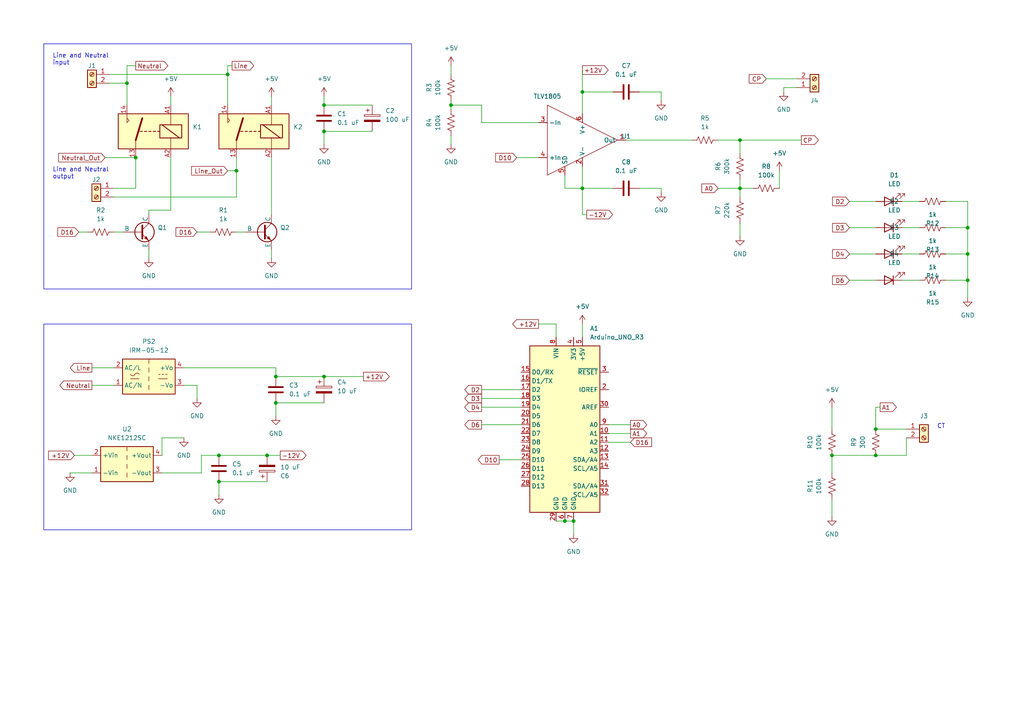
<source format=kicad_sch>
(kicad_sch (version 20230121) (generator eeschema)
  (paper "A4")
  (lib_symbols
    (symbol "Connector:Screw_Terminal_01x02" (pin_names (offset 1.016) hide)
      (property "Reference" "J" (at 0 2.54 0))
      (property "Value" "Screw_Terminal_01x02" (at 0 -5.08 0))
      (symbol "Screw_Terminal_01x02_1_1"
        (rectangle (start -1.27 1.27) (end 1.27 -3.81) (stroke (width 0.254)) (fill (type background)))
        (circle (center 0 -2.54) (radius 0.635) (stroke (width 0.1524)))
        (polyline (pts (xy -0.5334 -2.2098) (xy 0.3302 -3.048)) (stroke (width 0.1524)))
        (polyline (pts (xy -0.5334 0.3302) (xy 0.3302 -0.508)) (stroke (width 0.1524)))
        (polyline (pts (xy -0.3556 -2.032) (xy 0.508 -2.8702)) (stroke (width 0.1524)))
        (polyline (pts (xy -0.3556 0.508) (xy 0.508 -0.3302)) (stroke (width 0.1524)))
        (circle (center 0 0) (radius 0.635) (stroke (width 0.1524)))
        (pin passive line (at -5.08 0 0) (length 3.81) (name "Pin_1") (number "1"))
        (pin passive line (at -5.08 -2.54 0) (length 3.81) (name "Pin_2") (number "2"))
      )
    )
    (symbol "Converter_ACDC:IRM-05-12"
      (property "Reference" "PS" (at 0 6.35 0))
      (property "Value" "IRM-05-12" (at 0 -6.35 0))
      (symbol "IRM-05-12_0_1"
        (rectangle (start -7.62 5.08) (end 7.62 -5.08) (stroke (width 0.254)) (fill (type background)))
        (arc (start -5.334 0.635) (mid -4.699 0.2495) (end -4.064 0.635))
        (arc (start -2.794 0.635) (mid -3.429 1.0072) (end -4.064 0.635))
        (polyline (pts (xy -5.334 -0.635) (xy -2.794 -0.635)))
        (polyline (pts (xy 0 -2.54) (xy 0 -3.81)))
        (polyline (pts (xy 0 0) (xy 0 -1.27)))
        (polyline (pts (xy 0 2.54) (xy 0 1.27)))
        (polyline (pts (xy 0 5.08) (xy 0 3.81)))
        (polyline (pts (xy 2.794 -0.635) (xy 5.334 -0.635)))
        (polyline (pts (xy 2.794 0.635) (xy 3.302 0.635)))
        (polyline (pts (xy 3.81 0.635) (xy 4.318 0.635)))
        (polyline (pts (xy 4.826 0.635) (xy 5.334 0.635)))
      )
      (symbol "IRM-05-12_1_1"
        (pin power_in line (at -10.16 -2.54 0) (length 2.54) (name "AC/N") (number "1"))
        (pin power_in line (at -10.16 2.54 0) (length 2.54) (name "AC/L") (number "2"))
        (pin power_out line (at 10.16 -2.54 180) (length 2.54) (name "-Vo") (number "3"))
        (pin power_out line (at 10.16 2.54 180) (length 2.54) (name "+Vo") (number "4"))
      )
    )
    (symbol "Converter_DCDC:TEA1-0505"
      (property "Reference" "U" (at -7.62 6.35 0))
      (property "Value" "TEA1-0505" (at -2.54 6.35 0))
      (symbol "TEA1-0505_0_0"
        (pin power_in line (at -10.16 -2.54 0) (length 2.54) (name "-Vin") (number "1"))
        (pin power_in line (at -10.16 2.54 0) (length 2.54) (name "+Vin") (number "2"))
        (pin power_out line (at 10.16 -2.54 180) (length 2.54) (name "-Vout") (number "3"))
        (pin power_out line (at 10.16 2.54 180) (length 2.54) (name "+Vout") (number "4"))
      )
      (symbol "TEA1-0505_0_1"
        (rectangle (start -7.62 5.08) (end 7.62 -5.08) (stroke (width 0.254)) (fill (type background)))
        (polyline (pts (xy 0 -2.54) (xy 0 -3.81)))
        (polyline (pts (xy 0 0) (xy 0 -1.27)))
        (polyline (pts (xy 0 2.54) (xy 0 1.27)))
        (polyline (pts (xy 0 5.08) (xy 0 3.81)))
      )
    )
    (symbol "Device:C" (pin_numbers hide) (pin_names (offset 0.254))
      (property "Reference" "C" (at 0.635 2.54 0))
      (property "Value" "C" (at 0.635 -2.54 0))
      (symbol "C_0_1"
        (polyline (pts (xy -2.032 -0.762) (xy 2.032 -0.762)) (stroke (width 0.508)))
        (polyline (pts (xy -2.032 0.762) (xy 2.032 0.762)) (stroke (width 0.508)))
      )
      (symbol "C_1_1"
        (pin passive line (at 0 3.81 270) (length 2.794) (name "~") (number "1"))
        (pin passive line (at 0 -3.81 90) (length 2.794) (name "~") (number "2"))
      )
    )
    (symbol "Device:C_Polarized" (pin_numbers hide) (pin_names (offset 0.254))
      (property "Reference" "C" (at 0.635 2.54 0))
      (property "Value" "C_Polarized" (at 0.635 -2.54 0))
      (symbol "C_Polarized_0_1"
        (rectangle (start -2.286 0.508) (end 2.286 1.016))
        (polyline (pts (xy -1.778 2.286) (xy -0.762 2.286)))
        (polyline (pts (xy -1.27 2.794) (xy -1.27 1.778)))
        (rectangle (start 2.286 -0.508) (end -2.286 -1.016) (fill (type outline)))
      )
      (symbol "C_Polarized_1_1"
        (pin passive line (at 0 3.81 270) (length 2.794) (name "~") (number "1"))
        (pin passive line (at 0 -3.81 90) (length 2.794) (name "~") (number "2"))
      )
    )
    (symbol "Device:LED" (pin_numbers hide) (pin_names (offset 1.016) hide)
      (property "Reference" "D" (at 0 2.54 0))
      (property "Value" "LED" (at 0 -2.54 0))
      (symbol "LED_0_1"
        (polyline (pts (xy -1.27 -1.27) (xy -1.27 1.27)) (stroke (width 0.254)))
        (polyline (pts (xy -1.27 0) (xy 1.27 0)))
        (polyline (pts (xy 1.27 -1.27) (xy 1.27 1.27) (xy -1.27 0) (xy 1.27 -1.27)) (stroke (width 0.254)))
        (polyline (pts (xy -3.048 -0.762) (xy -4.572 -2.286) (xy -3.81 -2.286) (xy -4.572 -2.286) (xy -4.572 -1.524)))
        (polyline (pts (xy -1.778 -0.762) (xy -3.302 -2.286) (xy -2.54 -2.286) (xy -3.302 -2.286) (xy -3.302 -1.524)))
      )
      (symbol "LED_1_1"
        (pin passive line (at -3.81 0 0) (length 2.54) (name "K") (number "1"))
        (pin passive line (at 3.81 0 180) (length 2.54) (name "A") (number "2"))
      )
    )
    (symbol "Device:R_US" (pin_numbers hide) (pin_names (offset 0))
      (property "Reference" "R" (at 2.54 0 90))
      (property "Value" "R_US" (at -2.54 0 90))
      (symbol "R_US_0_1"
        (polyline (pts (xy 0 -2.286) (xy 0 -2.54)))
        (polyline (pts (xy 0 2.286) (xy 0 2.54)))
        (polyline (pts (xy 0 -0.762) (xy 1.016 -1.143) (xy 0 -1.524) (xy -1.016 -1.905) (xy 0 -2.286)))
        (polyline (pts (xy 0 0.762) (xy 1.016 0.381) (xy 0 0) (xy -1.016 -0.381) (xy 0 -0.762)))
        (polyline (pts (xy 0 2.286) (xy 1.016 1.905) (xy 0 1.524) (xy -1.016 1.143) (xy 0 0.762)))
      )
      (symbol "R_US_1_1"
        (pin passive line (at 0 3.81 270) (length 1.27) (name "~") (number "1"))
        (pin passive line (at 0 -3.81 90) (length 1.27) (name "~") (number "2"))
      )
    )
    (symbol "MCU_Module:Arduino_UNO_R3"
      (property "Reference" "A" (at -10.16 23.495 0))
      (property "Value" "Arduino_UNO_R3" (at 5.08 -26.67 0))
      (symbol "Arduino_UNO_R3_0_1"
        (rectangle (start -10.16 22.86) (end 10.16 -25.4) (stroke (width 0.254)) (fill (type background)))
      )
      (symbol "Arduino_UNO_R3_1_1"
        (pin no_connect line (at -10.16 -20.32 0) (length 2.54) hide (name "NC") (number "1"))
        (pin bidirectional line (at 12.7 -2.54 180) (length 2.54) (name "A1") (number "10"))
        (pin bidirectional line (at 12.7 -5.08 180) (length 2.54) (name "A2") (number "11"))
        (pin bidirectional line (at 12.7 -7.62 180) (length 2.54) (name "A3") (number "12"))
        (pin bidirectional line (at 12.7 -10.16 180) (length 2.54) (name "SDA/A4") (number "13"))
        (pin bidirectional line (at 12.7 -12.7 180) (length 2.54) (name "SCL/A5") (number "14"))
        (pin bidirectional line (at -12.7 15.24 0) (length 2.54) (name "D0/RX") (number "15"))
        (pin bidirectional line (at -12.7 12.7 0) (length 2.54) (name "D1/TX") (number "16"))
        (pin bidirectional line (at -12.7 10.16 0) (length 2.54) (name "D2") (number "17"))
        (pin bidirectional line (at -12.7 7.62 0) (length 2.54) (name "D3") (number "18"))
        (pin bidirectional line (at -12.7 5.08 0) (length 2.54) (name "D4") (number "19"))
        (pin output line (at 12.7 10.16 180) (length 2.54) (name "IOREF") (number "2"))
        (pin bidirectional line (at -12.7 2.54 0) (length 2.54) (name "D5") (number "20"))
        (pin bidirectional line (at -12.7 0 0) (length 2.54) (name "D6") (number "21"))
        (pin bidirectional line (at -12.7 -2.54 0) (length 2.54) (name "D7") (number "22"))
        (pin bidirectional line (at -12.7 -5.08 0) (length 2.54) (name "D8") (number "23"))
        (pin bidirectional line (at -12.7 -7.62 0) (length 2.54) (name "D9") (number "24"))
        (pin bidirectional line (at -12.7 -10.16 0) (length 2.54) (name "D10") (number "25"))
        (pin bidirectional line (at -12.7 -12.7 0) (length 2.54) (name "D11") (number "26"))
        (pin bidirectional line (at -12.7 -15.24 0) (length 2.54) (name "D12") (number "27"))
        (pin bidirectional line (at -12.7 -17.78 0) (length 2.54) (name "D13") (number "28"))
        (pin power_in line (at -2.54 -27.94 90) (length 2.54) (name "GND") (number "29"))
        (pin input line (at 12.7 15.24 180) (length 2.54) (name "~{RESET}") (number "3"))
        (pin input line (at 12.7 5.08 180) (length 2.54) (name "AREF") (number "30"))
        (pin bidirectional line (at 12.7 -17.78 180) (length 2.54) (name "SDA/A4") (number "31"))
        (pin bidirectional line (at 12.7 -20.32 180) (length 2.54) (name "SCL/A5") (number "32"))
        (pin power_out line (at 2.54 25.4 270) (length 2.54) (name "3V3") (number "4"))
        (pin power_out line (at 5.08 25.4 270) (length 2.54) (name "+5V") (number "5"))
        (pin power_in line (at 0 -27.94 90) (length 2.54) (name "GND") (number "6"))
        (pin power_in line (at 2.54 -27.94 90) (length 2.54) (name "GND") (number "7"))
        (pin power_in line (at -2.54 25.4 270) (length 2.54) (name "VIN") (number "8"))
        (pin bidirectional line (at 12.7 0 180) (length 2.54) (name "A0") (number "9"))
      )
    )
    (symbol "My_Custom_Symbol_Library:TLV1805"
      (property "Reference" "U" (at 0 0 0))
      (symbol "TLV1805_0_1"
        (polyline (pts (xy 20.32 -12.7) (xy 0 -2.54) (xy 0 -16.51) (xy 0 -22.86) (xy 20.32 -12.7)))
      )
      (symbol "TLV1805_1_1"
        (pin output line (at 22.86 -12.7 180) (length 2.54) (name "Out") (number "1"))
        (pin input line (at 10.16 -20.32 90) (length 2.54) (name "V-") (number "2"))
        (pin input line (at -2.54 -7.62 0) (length 2.54) (name "-In") (number "3"))
        (pin input line (at -2.54 -17.78 0) (length 2.54) (name "+In") (number "4"))
        (pin input line (at 5.08 -22.86 90) (length 2.54) (name "SD") (number "5"))
        (pin input line (at 10.16 -5.08 270) (length 2.54) (name "V+") (number "6"))
      )
    )
    (symbol "Relay:Relay_SPST-NO"
      (property "Reference" "K" (at 11.43 3.81 0))
      (property "Value" "Relay_SPST-NO" (at 11.43 1.27 0))
      (symbol "Relay_SPST-NO_0_0"
        (polyline (pts (xy 7.62 5.08) (xy 7.62 2.54) (xy 6.985 3.175) (xy 7.62 3.81)))
      )
      (symbol "Relay_SPST-NO_0_1"
        (rectangle (start -10.16 5.08) (end 10.16 -5.08) (stroke (width 0.254)) (fill (type background)))
        (rectangle (start -8.255 1.905) (end -1.905 -1.905) (stroke (width 0.254)))
        (polyline (pts (xy -7.62 -1.905) (xy -2.54 1.905)) (stroke (width 0.254)))
        (polyline (pts (xy -5.08 -5.08) (xy -5.08 -1.905)))
        (polyline (pts (xy -5.08 5.08) (xy -5.08 1.905)))
        (polyline (pts (xy -1.905 0) (xy -1.27 0)) (stroke (width 0.254)))
        (polyline (pts (xy -0.635 0) (xy 0 0)) (stroke (width 0.254)))
        (polyline (pts (xy 0.635 0) (xy 1.27 0)) (stroke (width 0.254)))
        (polyline (pts (xy 1.905 0) (xy 2.54 0)) (stroke (width 0.254)))
        (polyline (pts (xy 3.175 0) (xy 3.81 0)) (stroke (width 0.254)))
        (polyline (pts (xy 5.08 -2.54) (xy 3.175 3.81)) (stroke (width 0.508)))
        (polyline (pts (xy 5.08 -2.54) (xy 5.08 -5.08)))
      )
      (symbol "Relay_SPST-NO_1_1"
        (pin passive line (at 5.08 -7.62 90) (length 2.54) (name "~") (number "13"))
        (pin passive line (at 7.62 7.62 270) (length 2.54) (name "~") (number "14"))
        (pin passive line (at -5.08 7.62 270) (length 2.54) (name "~") (number "A1"))
        (pin passive line (at -5.08 -7.62 90) (length 2.54) (name "~") (number "A2"))
      )
    )
    (symbol "Simulation_SPICE:NPN" (pin_numbers hide) (pin_names (offset 0))
      (property "Reference" "Q" (at -2.54 7.62 0))
      (property "Value" "NPN" (at -2.54 5.08 0))
      (symbol "NPN_0_1"
        (polyline (pts (xy -2.54 0) (xy 0.635 0)) (stroke (width 0.1524)))
        (polyline (pts (xy 0.635 0.635) (xy 2.54 2.54)))
        (polyline (pts (xy 2.794 -1.27) (xy 2.794 -1.27)) (stroke (width 0.1524)))
        (polyline (pts (xy 2.794 -1.27) (xy 2.794 -1.27)) (stroke (width 0.1524)))
        (polyline (pts (xy 0.635 -0.635) (xy 2.54 -2.54) (xy 2.54 -2.54)))
        (polyline (pts (xy 0.635 1.905) (xy 0.635 -1.905) (xy 0.635 -1.905)) (stroke (width 0.508)))
        (polyline (pts (xy 1.27 -1.778) (xy 1.778 -1.27) (xy 2.286 -2.286) (xy 1.27 -1.778) (xy 1.27 -1.778)) (fill (type outline)))
        (circle (center 1.27 0) (radius 2.8194) (stroke (width 0.254)))
      )
      (symbol "NPN_1_1"
        (pin open_collector line (at 2.54 5.08 270) (length 2.54) (name "C") (number "1"))
        (pin input line (at -5.08 0 0) (length 2.54) (name "B") (number "2"))
        (pin open_emitter line (at 2.54 -5.08 90) (length 2.54) (name "E") (number "3"))
      )
    )
    (symbol "power:+5V" (power) (pin_names (offset 0))
      (property "Value" "+5V" (at 0 3.556 0))
      (symbol "+5V_0_1"
        (polyline (pts (xy -0.762 1.27) (xy 0 2.54)))
        (polyline (pts (xy 0 0) (xy 0 2.54)))
        (polyline (pts (xy 0 2.54) (xy 0.762 1.27)))
      )
      (symbol "+5V_1_1"
        (pin power_in line (at 0 0 90) (length 0) hide (name "+5V") (number "1"))
      )
    )
    (symbol "power:GND" (power) (pin_names (offset 0))
      (property "Value" "GND" (at 0 -3.81 0))
      (symbol "GND_0_1"
        (polyline (pts (xy 0 0) (xy 0 -1.27) (xy 1.27 -1.27) (xy 0 -2.54) (xy -1.27 -1.27) (xy 0 -1.27)))
      )
      (symbol "GND_1_1"
        (pin power_in line (at 0 0 270) (length 0) hide (name "GND") (number "1"))
      )
    )
  )
  (junction (at 241.3 132.08))
  (junction (at 254 132.08))
  (junction (at 130.81 30.48))
  (junction (at 214.63 40.64))
  (junction (at 77.47 132.08))
  (junction (at 280.67 81.28))
  (junction (at 168.91 54.61))
  (junction (at 68.58 49.53))
  (junction (at 254 124.46))
  (junction (at 80.01 116.84))
  (junction (at 168.91 26.67))
  (junction (at 63.5 139.7))
  (junction (at 280.67 73.66))
  (junction (at 63.5 132.08))
  (junction (at 66.04 21.59))
  (junction (at 39.37 45.72))
  (junction (at 36.83 24.13))
  (junction (at 214.63 54.61))
  (junction (at 80.01 109.22))
  (junction (at 163.83 151.13))
  (junction (at 93.98 38.1))
  (junction (at 93.98 30.48))
  (junction (at 280.67 66.04))
  (junction (at 166.37 151.13))
  (junction (at 93.98 109.22))
  (wire (pts (xy 21.59 132.08) (xy 26.67 132.08)))
  (wire (pts (xy 78.74 72.39) (xy 78.74 74.93)))
  (wire (pts (xy 22.86 67.31) (xy 25.4 67.31)))
  (wire (pts (xy 49.53 27.94) (xy 49.53 30.48)))
  (wire (pts (xy 261.62 66.04) (xy 266.7 66.04)))
  (wire (pts (xy 93.98 38.1) (xy 93.98 41.91)))
  (wire (pts (xy 226.06 49.53) (xy 226.06 54.61)))
  (wire (pts (xy 53.34 106.68) (xy 80.01 106.68)))
  (wire (pts (xy 214.63 40.64) (xy 232.41 40.64)))
  (wire (pts (xy 214.63 40.64) (xy 214.63 44.45)))
  (wire (pts (xy 168.91 54.61) (xy 177.8 54.61)))
  (wire (pts (xy 254 118.11) (xy 255.27 118.11)))
  (wire (pts (xy 156.21 35.56) (xy 139.7 35.56)))
  (wire (pts (xy 168.91 54.61) (xy 168.91 62.23)))
  (wire (pts (xy 191.77 26.67) (xy 185.42 26.67)))
  (wire (pts (xy 68.58 67.31) (xy 71.12 67.31)))
  (wire (pts (xy 33.02 54.61) (xy 39.37 54.61)))
  (wire (pts (xy 168.91 26.67) (xy 177.8 26.67)))
  (wire (pts (xy 43.18 60.96) (xy 43.18 62.23)))
  (wire (pts (xy 33.02 67.31) (xy 35.56 67.31)))
  (wire (pts (xy 139.7 113.03) (xy 151.13 113.03)))
  (wire (pts (xy 163.83 151.13) (xy 166.37 151.13)))
  (wire (pts (xy 214.63 64.77) (xy 214.63 68.58)))
  (wire (pts (xy 78.74 27.94) (xy 78.74 30.48)))
  (wire (pts (xy 222.25 22.86) (xy 231.14 22.86)))
  (wire (pts (xy 262.89 132.08) (xy 254 132.08)))
  (wire (pts (xy 144.78 133.35) (xy 151.13 133.35)))
  (wire (pts (xy 130.81 39.37) (xy 130.81 41.91)))
  (wire (pts (xy 20.32 137.16) (xy 26.67 137.16)))
  (wire (pts (xy 33.02 57.15) (xy 68.58 57.15)))
  (wire (pts (xy 246.38 58.42) (xy 254 58.42)))
  (wire (pts (xy 274.32 73.66) (xy 280.67 73.66)))
  (wire (pts (xy 77.47 132.08) (xy 81.28 132.08)))
  (wire (pts (xy 262.89 127) (xy 262.89 132.08)))
  (wire (pts (xy 130.81 29.21) (xy 130.81 30.48)))
  (wire (pts (xy 26.67 106.68) (xy 33.02 106.68)))
  (wire (pts (xy 241.3 132.08) (xy 254 132.08)))
  (wire (pts (xy 176.53 128.27) (xy 182.88 128.27)))
  (wire (pts (xy 261.62 58.42) (xy 266.7 58.42)))
  (wire (pts (xy 93.98 30.48) (xy 107.95 30.48)))
  (wire (pts (xy 274.32 66.04) (xy 280.67 66.04)))
  (wire (pts (xy 78.74 45.72) (xy 78.74 62.23)))
  (wire (pts (xy 208.28 54.61) (xy 214.63 54.61)))
  (wire (pts (xy 274.32 58.42) (xy 280.67 58.42)))
  (wire (pts (xy 208.28 40.64) (xy 214.63 40.64)))
  (wire (pts (xy 46.99 127) (xy 53.34 127)))
  (wire (pts (xy 191.77 55.88) (xy 191.77 54.61)))
  (wire (pts (xy 49.53 60.96) (xy 49.53 45.72)))
  (wire (pts (xy 31.75 24.13) (xy 36.83 24.13)))
  (wire (pts (xy 161.29 93.98) (xy 161.29 97.79)))
  (wire (pts (xy 241.3 144.78) (xy 241.3 149.86)))
  (wire (pts (xy 261.62 73.66) (xy 266.7 73.66)))
  (wire (pts (xy 168.91 93.98) (xy 168.91 97.79)))
  (wire (pts (xy 254 124.46) (xy 262.89 124.46)))
  (wire (pts (xy 80.01 109.22) (xy 93.98 109.22)))
  (wire (pts (xy 280.67 66.04) (xy 280.67 73.66)))
  (wire (pts (xy 191.77 54.61) (xy 185.42 54.61)))
  (wire (pts (xy 93.98 27.94) (xy 93.98 30.48)))
  (wire (pts (xy 80.01 116.84) (xy 80.01 120.65)))
  (wire (pts (xy 163.83 50.8) (xy 163.83 54.61)))
  (wire (pts (xy 57.15 111.76) (xy 57.15 115.57)))
  (wire (pts (xy 156.21 93.98) (xy 161.29 93.98)))
  (wire (pts (xy 46.99 137.16) (xy 58.42 137.16)))
  (wire (pts (xy 66.04 49.53) (xy 68.58 49.53)))
  (wire (pts (xy 139.7 30.48) (xy 130.81 30.48)))
  (wire (pts (xy 57.15 67.31) (xy 60.96 67.31)))
  (wire (pts (xy 246.38 73.66) (xy 254 73.66)))
  (wire (pts (xy 26.67 111.76) (xy 33.02 111.76)))
  (wire (pts (xy 66.04 21.59) (xy 66.04 30.48)))
  (wire (pts (xy 227.33 25.4) (xy 227.33 26.67)))
  (wire (pts (xy 31.75 21.59) (xy 66.04 21.59)))
  (wire (pts (xy 139.7 123.19) (xy 151.13 123.19)))
  (wire (pts (xy 168.91 62.23) (xy 170.18 62.23)))
  (wire (pts (xy 227.33 25.4) (xy 231.14 25.4)))
  (wire (pts (xy 63.5 132.08) (xy 77.47 132.08)))
  (wire (pts (xy 261.62 81.28) (xy 266.7 81.28)))
  (wire (pts (xy 149.86 45.72) (xy 156.21 45.72)))
  (wire (pts (xy 93.98 109.22) (xy 105.41 109.22)))
  (wire (pts (xy 30.48 45.72) (xy 39.37 45.72)))
  (wire (pts (xy 168.91 20.32) (xy 168.91 26.67)))
  (wire (pts (xy 280.67 81.28) (xy 280.67 86.36)))
  (wire (pts (xy 130.81 30.48) (xy 130.81 31.75)))
  (wire (pts (xy 80.01 116.84) (xy 93.98 116.84)))
  (wire (pts (xy 43.18 60.96) (xy 49.53 60.96)))
  (wire (pts (xy 36.83 19.05) (xy 36.83 24.13)))
  (wire (pts (xy 254 124.46) (xy 254 118.11)))
  (wire (pts (xy 93.98 38.1) (xy 107.95 38.1)))
  (wire (pts (xy 58.42 137.16) (xy 58.42 132.08)))
  (wire (pts (xy 139.7 118.11) (xy 151.13 118.11)))
  (wire (pts (xy 214.63 54.61) (xy 214.63 57.15)))
  (wire (pts (xy 43.18 72.39) (xy 43.18 74.93)))
  (wire (pts (xy 214.63 54.61) (xy 218.44 54.61)))
  (wire (pts (xy 241.3 132.08) (xy 241.3 137.16)))
  (wire (pts (xy 66.04 21.59) (xy 66.04 19.05)))
  (wire (pts (xy 274.32 81.28) (xy 280.67 81.28)))
  (wire (pts (xy 63.5 139.7) (xy 63.5 143.51)))
  (wire (pts (xy 246.38 81.28) (xy 254 81.28)))
  (wire (pts (xy 80.01 106.68) (xy 80.01 109.22)))
  (wire (pts (xy 181.61 40.64) (xy 200.66 40.64)))
  (wire (pts (xy 241.3 118.11) (xy 241.3 124.46)))
  (wire (pts (xy 166.37 151.13) (xy 166.37 154.94)))
  (wire (pts (xy 36.83 19.05) (xy 39.37 19.05)))
  (wire (pts (xy 53.34 111.76) (xy 57.15 111.76)))
  (wire (pts (xy 191.77 29.21) (xy 191.77 26.67)))
  (wire (pts (xy 280.67 58.42) (xy 280.67 66.04)))
  (wire (pts (xy 66.04 19.05) (xy 67.31 19.05)))
  (wire (pts (xy 168.91 26.67) (xy 168.91 33.02)))
  (wire (pts (xy 46.99 132.08) (xy 46.99 127)))
  (wire (pts (xy 246.38 66.04) (xy 254 66.04)))
  (wire (pts (xy 63.5 139.7) (xy 77.47 139.7)))
  (wire (pts (xy 214.63 52.07) (xy 214.63 54.61)))
  (wire (pts (xy 68.58 49.53) (xy 68.58 57.15)))
  (wire (pts (xy 68.58 45.72) (xy 68.58 49.53)))
  (wire (pts (xy 161.29 151.13) (xy 163.83 151.13)))
  (wire (pts (xy 39.37 45.72) (xy 39.37 54.61)))
  (wire (pts (xy 176.53 123.19) (xy 182.88 123.19)))
  (wire (pts (xy 130.81 19.05) (xy 130.81 21.59)))
  (wire (pts (xy 163.83 54.61) (xy 168.91 54.61)))
  (wire (pts (xy 36.83 24.13) (xy 36.83 30.48)))
  (wire (pts (xy 139.7 115.57) (xy 151.13 115.57)))
  (wire (pts (xy 168.91 48.26) (xy 168.91 54.61)))
  (wire (pts (xy 280.67 73.66) (xy 280.67 81.28)))
  (wire (pts (xy 58.42 132.08) (xy 63.5 132.08)))
  (wire (pts (xy 139.7 35.56) (xy 139.7 30.48)))
  (wire (pts (xy 176.53 125.73) (xy 182.88 125.73)))
  (rectangle (start 12.7 12.7) (end 119.38 83.82))
  (rectangle (start 12.7 93.98) (end 119.38 153.67))
  (text "Line and Neutral\noutput\n" (at 15.24 52.07 0) (effects (font (size 1.27 1.27)) (justify left bottom)))
  (text "CT\n" (at 271.78 124.46 0) (effects (font (size 1.27 1.27)) (justify left bottom)))
  (text "Line and Neutral\ninput\n" (at 15.24 19.05 0) (effects (font (size 1.27 1.27)) (justify left bottom)))
  (global_label "D4" (shape input) (at 246.38 73.66 180) (property "Intersheetrefs" "${INTERSHEET_REFS}" (effects hide)))
  (global_label "-12V" (shape output) (at 81.28 132.08 0) (property "Intersheetrefs" "${INTERSHEET_REFS}" (effects hide)))
  (global_label "D16" (shape input) (at 22.86 67.31 180) (property "Intersheetrefs" "${INTERSHEET_REFS}" (effects hide)))
  (global_label "CP" (shape output) (at 232.41 40.64 0) (property "Intersheetrefs" "${INTERSHEET_REFS}" (effects hide)))
  (global_label "D3" (shape input) (at 246.38 66.04 180) (property "Intersheetrefs" "${INTERSHEET_REFS}" (effects hide)))
  (global_label "+12V" (shape input) (at 21.59 132.08 180) (property "Intersheetrefs" "${INTERSHEET_REFS}" (effects hide)))
  (global_label "A1" (shape output) (at 182.88 125.73 0) (property "Intersheetrefs" "${INTERSHEET_REFS}" (effects hide)))
  (global_label "D10" (shape input) (at 149.86 45.72 180) (property "Intersheetrefs" "${INTERSHEET_REFS}" (effects hide)))
  (global_label "D3" (shape output) (at 139.7 115.57 180) (property "Intersheetrefs" "${INTERSHEET_REFS}" (effects hide)))
  (global_label "CP" (shape input) (at 222.25 22.86 180) (property "Intersheetrefs" "${INTERSHEET_REFS}" (effects hide)))
  (global_label "+12V" (shape output) (at 156.21 93.98 180) (property "Intersheetrefs" "${INTERSHEET_REFS}" (effects hide)))
  (global_label "D6" (shape input) (at 246.38 81.28 180) (property "Intersheetrefs" "${INTERSHEET_REFS}" (effects hide)))
  (global_label "-12V" (shape output) (at 170.18 62.23 0) (property "Intersheetrefs" "${INTERSHEET_REFS}" (effects hide)))
  (global_label "D16" (shape input) (at 182.88 128.27 0) (property "Intersheetrefs" "${INTERSHEET_REFS}" (effects hide)))
  (global_label "Neutral" (shape output) (at 39.37 19.05 0) (property "Intersheetrefs" "${INTERSHEET_REFS}" (effects hide)))
  (global_label "D10" (shape output) (at 144.78 133.35 180) (property "Intersheetrefs" "${INTERSHEET_REFS}" (effects hide)))
  (global_label "+12V" (shape output) (at 168.91 20.32 0) (property "Intersheetrefs" "${INTERSHEET_REFS}" (effects hide)))
  (global_label "Neutral" (shape output) (at 26.67 111.76 180) (property "Intersheetrefs" "${INTERSHEET_REFS}" (effects hide)))
  (global_label "A0" (shape input) (at 208.28 54.61 180) (property "Intersheetrefs" "${INTERSHEET_REFS}" (effects hide)))
  (global_label "Neutral_Out" (shape input) (at 30.48 45.72 180) (property "Intersheetrefs" "${INTERSHEET_REFS}" (effects hide)))
  (global_label "D6" (shape output) (at 139.7 123.19 180) (property "Intersheetrefs" "${INTERSHEET_REFS}" (effects hide)))
  (global_label "Line" (shape output) (at 26.67 106.68 180) (property "Intersheetrefs" "${INTERSHEET_REFS}" (effects hide)))
  (global_label "A0" (shape output) (at 182.88 123.19 0) (property "Intersheetrefs" "${INTERSHEET_REFS}" (effects hide)))
  (global_label "D16" (shape input) (at 57.15 67.31 180) (property "Intersheetrefs" "${INTERSHEET_REFS}" (effects hide)))
  (global_label "+12V" (shape output) (at 105.41 109.22 0) (property "Intersheetrefs" "${INTERSHEET_REFS}" (effects hide)))
  (global_label "A1" (shape output) (at 255.27 118.11 0) (property "Intersheetrefs" "${INTERSHEET_REFS}" (effects hide)))
  (global_label "Line_Out" (shape input) (at 66.04 49.53 180) (property "Intersheetrefs" "${INTERSHEET_REFS}" (effects hide)))
  (global_label "D2" (shape input) (at 246.38 58.42 180) (property "Intersheetrefs" "${INTERSHEET_REFS}" (effects hide)))
  (global_label "Line" (shape output) (at 67.31 19.05 0) (property "Intersheetrefs" "${INTERSHEET_REFS}" (effects hide)))
  (global_label "D4" (shape output) (at 139.7 118.11 180) (property "Intersheetrefs" "${INTERSHEET_REFS}" (effects hide)))
  (global_label "D2" (shape output) (at 139.7 113.03 180) (property "Intersheetrefs" "${INTERSHEET_REFS}" (effects hide)))
  (symbol (lib_id "Device:R_US") (at 64.77 67.31 90) (unit 1)
    (property "Reference" "R1" (at 64.77 60.96 90))
    (property "Value" "1k" (at 64.77 63.5 90))
    (property "Footprint" "Resistor_SMD:R_1206_3216Metric" (effects hide))
  )
  (symbol (lib_id "Device:R_US") (at 270.51 58.42 270) (unit 1)
    (property "Reference" "R12" (at 270.51 64.77 90))
    (property "Value" "1k" (at 270.51 62.23 90))
    (property "Footprint" "Resistor_SMD:R_1206_3216Metric" (effects hide))
  )
  (symbol (lib_id "Device:LED") (at 257.81 66.04 180) (unit 1)
    (property "Reference" "D2" (at 259.3975 58.42 0))
    (property "Value" "LED" (at 259.3975 60.96 0))
    (property "Footprint" "LED_THT:LED_D5.0mm" (effects hide))
  )
  (symbol (lib_id "Device:R_US") (at 204.47 40.64 90) (unit 1)
    (property "Reference" "R5" (at 204.47 34.29 90))
    (property "Value" "1k" (at 204.47 36.83 90))
    (property "Footprint" "Resistor_SMD:R_1206_3216Metric" (effects hide))
  )
  (symbol (lib_id "Converter_ACDC:IRM-05-12") (at 43.18 109.22 0) (unit 1)
    (property "Reference" "PS2" (at 43.18 99.06 0))
    (property "Value" "IRM-05-12" (at 43.18 101.6 0))
    (property "Footprint" "Converter_ACDC:Converter_ACDC_MeanWell_IRM-05-xx_THT" (effects hide))
    (property "Datasheet" "https://www.meanwell.com/Upload/PDF/IRM-05/IRM-05-SPEC.PDF" (effects hide))
  )
  (symbol (lib_id "power:GND") (at 241.3 149.86 0) (unit 1)
    (property "Reference" "#PWR019" (effects hide))
    (property "Value" "GND" (at 241.3 154.94 0))
  )
  (symbol (lib_id "MCU_Module:Arduino_UNO_R3") (at 163.83 123.19 0) (unit 1)
    (property "Reference" "A1" (at 171.1041 95.25 0) (effects (justify left)))
    (property "Value" "Arduino_UNO_R3" (at 171.1041 97.79 0) (effects (justify left)))
    (property "Footprint" "Module:Arduino_UNO_R3" (effects hide))
    (property "Datasheet" "https://www.arduino.cc/en/Main/arduinoBoardUno" (effects hide))
  )
  (symbol (lib_id "power:GND") (at 20.32 137.16 0) (unit 1)
    (property "Reference" "#PWR023" (effects hide))
    (property "Value" "GND" (at 20.32 142.24 0))
  )
  (symbol (lib_id "Device:R_US") (at 241.3 140.97 180) (unit 1)
    (property "Reference" "R11" (at 234.95 140.97 90))
    (property "Value" "100k" (at 237.49 140.97 90))
    (property "Footprint" "Resistor_SMD:R_1206_3216Metric" (effects hide))
  )
  (symbol (lib_id "Device:R_US") (at 130.81 35.56 180) (unit 1)
    (property "Reference" "R4" (at 124.46 35.56 90))
    (property "Value" "100k" (at 127 35.56 90))
    (property "Footprint" "Resistor_SMD:R_1206_3216Metric" (effects hide))
  )
  (symbol (lib_id "Device:C_Polarized") (at 93.98 113.03 0) (unit 1)
    (property "Reference" "C4" (at 97.79 110.871 0) (effects (justify left)))
    (property "Value" "10 uF" (at 97.79 113.411 0) (effects (justify left)))
    (property "Footprint" "Capacitor_THT:CP_Radial_D4.0mm_P1.50mm" (effects hide))
  )
  (symbol (lib_id "Relay:Relay_SPST-NO") (at 44.45 38.1 0) (mirror y) (unit 1)
    (property "Reference" "K1" (at 55.88 36.83 0) (effects (justify right)))
    (property "Value" "Relay_SPST-NO" (effects hide))
    (property "Footprint" "My_Custom_Footprint_Library:Relay_TE_SPST_16A" (effects hide))
  )
  (symbol (lib_id "Connector:Screw_Terminal_01x02") (at 236.22 25.4 0) (mirror x) (unit 1)
    (property "Reference" "J4" (at 236.22 29.21 0))
    (property "Value" "Screw_Terminal_01x02" (effects hide))
    (property "Footprint" "My_Custom_Footprint_Library:LPT 2,5 2-5,0" (effects hide))
  )
  (symbol (lib_id "Device:C") (at 80.01 113.03 0) (unit 1)
    (property "Reference" "C3" (at 83.82 111.76 0) (effects (justify left)))
    (property "Value" "0.1 uF" (at 83.82 114.3 0) (effects (justify left)))
    (property "Footprint" "Capacitor_SMD:C_1206_3216Metric" (effects hide))
  )
  (symbol (lib_id "power:+5V") (at 226.06 49.53 0) (unit 1)
    (property "Reference" "#PWR015" (effects hide))
    (property "Value" "+5V" (at 226.06 44.45 0))
  )
  (symbol (lib_id "Device:R_US") (at 29.21 67.31 90) (unit 1)
    (property "Reference" "R2" (at 29.21 60.96 90))
    (property "Value" "1k" (at 29.21 63.5 90))
    (property "Footprint" "Resistor_SMD:R_1206_3216Metric" (effects hide))
  )
  (symbol (lib_id "Relay:Relay_SPST-NO") (at 73.66 38.1 0) (mirror y) (unit 1)
    (property "Reference" "K2" (at 85.09 36.83 0) (effects (justify right)))
    (property "Value" "Relay_SPST-NO" (effects hide))
    (property "Footprint" "My_Custom_Footprint_Library:Relay_TE_SPST_16A" (effects hide))
  )
  (symbol (lib_id "power:GND") (at 191.77 55.88 0) (unit 1)
    (property "Reference" "#PWR011" (effects hide))
    (property "Value" "GND" (at 191.77 60.96 0))
  )
  (symbol (lib_id "power:GND") (at 78.74 74.93 0) (unit 1)
    (property "Reference" "#PWR03" (effects hide))
    (property "Value" "GND" (at 78.74 80.01 0))
  )
  (symbol (lib_id "power:+5V") (at 168.91 93.98 0) (unit 1)
    (property "Reference" "#PWR017" (effects hide))
    (property "Value" "+5V" (at 168.91 88.9 0))
  )
  (symbol (lib_id "power:GND") (at 191.77 29.21 0) (unit 1)
    (property "Reference" "#PWR010" (effects hide))
    (property "Value" "GND" (at 191.77 34.29 0))
  )
  (symbol (lib_id "Device:R_US") (at 130.81 25.4 180) (unit 1)
    (property "Reference" "R3" (at 124.46 25.4 90))
    (property "Value" "100k" (at 127 25.4 90))
    (property "Footprint" "Resistor_SMD:R_1206_3216Metric" (effects hide))
  )
  (symbol (lib_id "power:GND") (at 57.15 115.57 0) (unit 1)
    (property "Reference" "#PWR07" (effects hide))
    (property "Value" "GND" (at 57.15 120.65 0))
  )
  (symbol (lib_id "Device:R_US") (at 270.51 73.66 270) (unit 1)
    (property "Reference" "R14" (at 270.51 80.01 90))
    (property "Value" "1k" (at 270.51 77.47 90))
    (property "Footprint" "Resistor_SMD:R_1206_3216Metric" (effects hide))
  )
  (symbol (lib_id "Device:R_US") (at 222.25 54.61 90) (unit 1)
    (property "Reference" "R8" (at 222.25 48.26 90))
    (property "Value" "100k" (at 222.25 50.8 90))
    (property "Footprint" "Resistor_SMD:R_1206_3216Metric" (effects hide))
  )
  (symbol (lib_id "power:+5V") (at 78.74 27.94 0) (unit 1)
    (property "Reference" "#PWR02" (effects hide))
    (property "Value" "+5V" (at 78.74 22.86 0))
  )
  (symbol (lib_id "power:GND") (at 130.81 41.91 0) (unit 1)
    (property "Reference" "#PWR012" (effects hide))
    (property "Value" "GND" (at 130.81 46.99 0))
  )
  (symbol (lib_id "Connector:Screw_Terminal_01x02") (at 26.67 21.59 0) (mirror y) (unit 1)
    (property "Reference" "J1" (at 26.67 19.05 0))
    (property "Value" "Screw_Terminal_01x02" (effects hide))
    (property "Footprint" "My_Custom_Footprint_Library:LPT 2,5 2-5,0" (effects hide))
  )
  (symbol (lib_id "Connector:Screw_Terminal_01x02") (at 267.97 124.46 0) (unit 1)
    (property "Reference" "J3" (at 267.97 120.65 0))
    (property "Value" "Screw_Terminal_01x02" (effects hide))
    (property "Footprint" "TerminalBlock_Phoenix:TerminalBlock_Phoenix_MPT-0,5-2-2.54_1x02_P2.54mm_Horizontal" (effects hide))
  )
  (symbol (lib_id "Device:C_Polarized") (at 107.95 34.29 0) (unit 1)
    (property "Reference" "C2" (at 111.76 32.131 0) (effects (justify left)))
    (property "Value" "100 uF" (at 111.76 34.671 0) (effects (justify left)))
    (property "Footprint" "Capacitor_THT:CP_Radial_D6.3mm_P2.50mm" (effects hide))
  )
  (symbol (lib_id "Simulation_SPICE:NPN") (at 40.64 67.31 0) (unit 1)
    (property "Reference" "Q1" (at 45.72 66.04 0) (effects (justify left)))
    (property "Value" "NPN" (effects hide))
    (property "Footprint" "My_Custom_Footprint_Library:TO-92_3" (effects hide))
    (property "Sim.Device" "NPN" (effects hide))
    (property "Sim.Type" "GUMMELPOON" (effects hide))
    (property "Sim.Pins" "1=C 2=B 3=E" (effects hide))
  )
  (symbol (lib_id "Device:C") (at 181.61 26.67 90) (unit 1)
    (property "Reference" "C7" (at 181.61 19.05 90))
    (property "Value" "0.1 uF" (at 181.61 21.59 90))
    (property "Footprint" "Capacitor_SMD:C_1206_3216Metric" (effects hide))
  )
  (symbol (lib_id "Device:C") (at 181.61 54.61 90) (unit 1)
    (property "Reference" "C8" (at 181.61 46.99 90))
    (property "Value" "0.1 uF" (at 181.61 49.53 90))
    (property "Footprint" "Capacitor_SMD:C_1206_3216Metric" (effects hide))
  )
  (symbol (lib_id "power:+5V") (at 241.3 118.11 0) (unit 1)
    (property "Reference" "#PWR018" (effects hide))
    (property "Value" "+5V" (at 241.3 113.03 0))
  )
  (symbol (lib_id "Device:LED") (at 257.81 73.66 180) (unit 1)
    (property "Reference" "D3" (at 259.3975 66.04 0))
    (property "Value" "LED" (at 259.3975 68.58 0))
    (property "Footprint" "LED_THT:LED_D5.0mm" (effects hide))
  )
  (symbol (lib_id "power:GND") (at 43.18 74.93 0) (unit 1)
    (property "Reference" "#PWR04" (effects hide))
    (property "Value" "GND" (at 43.18 80.01 0))
  )
  (symbol (lib_id "Device:C") (at 63.5 135.89 0) (unit 1)
    (property "Reference" "C5" (at 67.31 134.62 0) (effects (justify left)))
    (property "Value" "0.1 uF" (at 67.31 137.16 0) (effects (justify left)))
    (property "Footprint" "Capacitor_SMD:C_1206_3216Metric" (effects hide))
  )
  (symbol (lib_id "Device:R_US") (at 214.63 60.96 180) (unit 1)
    (property "Reference" "R7" (at 208.28 60.96 90))
    (property "Value" "220k" (at 210.82 60.96 90))
    (property "Footprint" "Resistor_SMD:R_1206_3216Metric" (effects hide))
  )
  (symbol (lib_id "power:+5V") (at 93.98 27.94 0) (unit 1)
    (property "Reference" "#PWR05" (effects hide))
    (property "Value" "+5V" (at 93.98 22.86 0))
  )
  (symbol (lib_id "power:GND") (at 53.34 127 0) (unit 1)
    (property "Reference" "#PWR024" (effects hide))
    (property "Value" "GND" (at 53.34 132.08 0))
  )
  (symbol (lib_id "Device:R_US") (at 214.63 48.26 180) (unit 1)
    (property "Reference" "R6" (at 208.28 48.26 90))
    (property "Value" "300k" (at 210.82 48.26 90))
    (property "Footprint" "Resistor_SMD:R_1206_3216Metric" (effects hide))
  )
  (symbol (lib_id "power:+5V") (at 130.81 19.05 0) (unit 1)
    (property "Reference" "#PWR013" (effects hide))
    (property "Value" "+5V" (at 130.81 13.97 0))
  )
  (symbol (lib_id "My_Custom_Symbol_Library:TLV1805") (at 158.75 27.94 0) (unit 1)
    (property "Reference" "U1" (at 181.61 39.5321 0))
    (property "Value" "TLV1805" (at 158.75 27.94 0))
    (property "Footprint" "My_Custom_Footprint_Library:SOT-23-6" (effects hide))
  )
  (symbol (lib_id "Connector:Screw_Terminal_01x02") (at 27.94 54.61 0) (mirror y) (unit 1)
    (property "Reference" "J2" (at 27.94 52.07 0))
    (property "Value" "Screw_Terminal_01x02" (effects hide))
    (property "Footprint" "My_Custom_Footprint_Library:LPT 2,5 2-5,0" (effects hide))
  )
  (symbol (lib_id "power:GND") (at 227.33 26.67 0) (unit 1)
    (property "Reference" "#PWR020" (effects hide))
    (property "Value" "GND" (at 227.33 31.75 0))
  )
  (symbol (lib_id "power:GND") (at 93.98 41.91 0) (unit 1)
    (property "Reference" "#PWR06" (effects hide))
    (property "Value" "GND" (at 93.98 46.99 0))
  )
  (symbol (lib_id "Device:C") (at 93.98 34.29 0) (unit 1)
    (property "Reference" "C1" (at 97.79 33.02 0) (effects (justify left)))
    (property "Value" "0.1 uF" (at 97.79 35.56 0) (effects (justify left)))
    (property "Footprint" "Capacitor_SMD:C_1206_3216Metric" (effects hide))
  )
  (symbol (lib_id "Device:LED") (at 257.81 81.28 180) (unit 1)
    (property "Reference" "D4" (at 259.3975 73.66 0))
    (property "Value" "LED" (at 259.3975 76.2 0))
    (property "Footprint" "LED_THT:LED_D5.0mm" (effects hide))
  )
  (symbol (lib_id "Device:C_Polarized") (at 77.47 135.89 0) (mirror x) (unit 1)
    (property "Reference" "C6" (at 81.28 138.049 0) (effects (justify left)))
    (property "Value" "10 uF" (at 81.28 135.509 0) (effects (justify left)))
    (property "Footprint" "Capacitor_THT:CP_Radial_D4.0mm_P1.50mm" (effects hide))
  )
  (symbol (lib_id "Device:LED") (at 257.81 58.42 180) (unit 1)
    (property "Reference" "D1" (at 259.3975 50.8 0))
    (property "Value" "LED" (at 259.3975 53.34 0))
    (property "Footprint" "LED_THT:LED_D5.0mm" (effects hide))
  )
  (symbol (lib_id "Device:R_US") (at 241.3 128.27 180) (unit 1)
    (property "Reference" "R10" (at 234.95 128.27 90))
    (property "Value" "100k" (at 237.49 128.27 90))
    (property "Footprint" "Resistor_SMD:R_1206_3216Metric" (effects hide))
  )
  (symbol (lib_id "power:GND") (at 80.01 120.65 0) (unit 1)
    (property "Reference" "#PWR09" (effects hide))
    (property "Value" "GND" (at 80.01 125.73 0))
  )
  (symbol (lib_id "Converter_DCDC:TEA1-0505") (at 36.83 134.62 0) (unit 1)
    (property "Reference" "U2" (at 36.83 124.46 0))
    (property "Value" "NKE1212SC" (at 36.83 127 0))
    (property "Footprint" "My_Custom_Footprint_Library:NKE1212SC" (effects hide))
    (property "Datasheet" "https://www.tracopower.com/products/tea1.pdf" (effects hide))
  )
  (symbol (lib_id "Device:R_US") (at 270.51 66.04 270) (unit 1)
    (property "Reference" "R13" (at 270.51 72.39 90))
    (property "Value" "1k" (at 270.51 69.85 90))
    (property "Footprint" "Resistor_SMD:R_1206_3216Metric" (effects hide))
  )
  (symbol (lib_id "power:GND") (at 63.5 143.51 0) (unit 1)
    (property "Reference" "#PWR08" (effects hide))
    (property "Value" "GND" (at 63.5 148.59 0))
  )
  (symbol (lib_id "power:GND") (at 214.63 68.58 0) (unit 1)
    (property "Reference" "#PWR014" (effects hide))
    (property "Value" "GND" (at 214.63 73.66 0))
  )
  (symbol (lib_id "power:GND") (at 280.67 86.36 0) (unit 1)
    (property "Reference" "#PWR021" (effects hide))
    (property "Value" "GND" (at 280.67 91.44 0))
  )
  (symbol (lib_id "Device:R_US") (at 270.51 81.28 270) (unit 1)
    (property "Reference" "R15" (at 270.51 87.63 90))
    (property "Value" "1k" (at 270.51 85.09 90))
    (property "Footprint" "Resistor_SMD:R_1206_3216Metric" (effects hide))
  )
  (symbol (lib_id "power:GND") (at 166.37 154.94 0) (unit 1)
    (property "Reference" "#PWR016" (effects hide))
    (property "Value" "GND" (at 166.37 160.02 0))
  )
  (symbol (lib_id "power:+5V") (at 49.53 27.94 0) (unit 1)
    (property "Reference" "#PWR01" (effects hide))
    (property "Value" "+5V" (at 49.53 22.86 0))
  )
  (symbol (lib_id "Simulation_SPICE:NPN") (at 76.2 67.31 0) (unit 1)
    (property "Reference" "Q2" (at 81.28 66.04 0) (effects (justify left)))
    (property "Value" "NPN" (effects hide))
    (property "Footprint" "My_Custom_Footprint_Library:TO-92_3" (effects hide))
    (property "Sim.Device" "NPN" (effects hide))
    (property "Sim.Type" "GUMMELPOON" (effects hide))
    (property "Sim.Pins" "1=C 2=B 3=E" (effects hide))
  )
  (symbol (lib_id "Device:R_US") (at 254 128.27 180) (unit 1)
    (property "Reference" "R9" (at 247.65 128.27 90))
    (property "Value" "300" (at 250.19 128.27 90))
    (property "Footprint" "Resistor_SMD:R_1206_3216Metric" (effects hide))
  )
)
</source>
